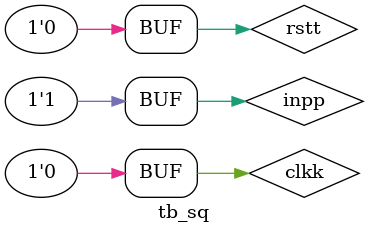
<source format=v>
`timescale 1ns/1ns

module tb_sq();
    reg clkk = 0 , rstt = 0 , inpp = 0;
    wire ww;

    sqd my_sq(.clk(clkk) , .rst(rstt) , .inp(inpp) , .w(ww));
    initial repeat(40) #100 clkk = ~clkk;
    initial begin
	#90 inpp = 1;
	#200 inpp = 0;
	#200 inpp = 1;
	#200 inpp = 0;
	#200 inpp = 1;
	#200 inpp = 1;
	#200 inpp = 1;
	#200 inpp = 1;
	#200 inpp = 1;
	#200 inpp = 0;
	#200 inpp = 1;
	#200 inpp = 0;
	#200 inpp = 1;
    end
endmodule
</source>
